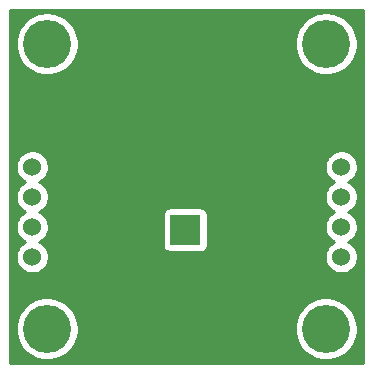
<source format=gtl>
G04 (created by PCBNEW-RS274X (2010-04-21 BZR 23xx)-stable) date Mon 25 Apr 2011 12:09:09 AM CEST*
G01*
G70*
G90*
%MOIN*%
G04 Gerber Fmt 3.4, Leading zero omitted, Abs format*
%FSLAX34Y34*%
G04 APERTURE LIST*
%ADD10C,0.006000*%
%ADD11R,0.060000X0.060000*%
%ADD12C,0.060000*%
%ADD13C,0.160000*%
%ADD14R,0.100000X0.100000*%
%ADD15C,0.100000*%
%ADD16C,0.012000*%
%ADD17C,0.010000*%
G04 APERTURE END LIST*
G54D10*
G54D11*
X12000Y-15100D03*
G54D12*
X12000Y-16100D03*
X12000Y-17100D03*
X12000Y-18100D03*
X12000Y-19100D03*
X12000Y-20100D03*
G54D11*
X22300Y-15100D03*
G54D12*
X22300Y-16100D03*
X22300Y-17100D03*
X22300Y-18100D03*
X22300Y-19100D03*
X22300Y-20100D03*
G54D13*
X21800Y-22500D03*
X12500Y-13000D03*
X12500Y-22500D03*
X21800Y-13000D03*
G54D14*
X17100Y-19200D03*
G54D15*
X17100Y-16200D03*
G54D16*
X22300Y-16100D02*
X17200Y-16100D01*
X17200Y-16100D02*
X17100Y-16200D01*
X12000Y-16100D02*
X17000Y-16100D01*
X17000Y-16100D02*
X17100Y-16200D01*
X22300Y-16100D02*
X22300Y-15100D01*
X12000Y-15100D02*
X12000Y-16100D01*
G54D17*
X11275Y-11875D02*
X23025Y-11875D01*
X11275Y-11955D02*
X12373Y-11955D01*
X12630Y-11955D02*
X21673Y-11955D01*
X21930Y-11955D02*
X23025Y-11955D01*
X11275Y-12035D02*
X12086Y-12035D01*
X12915Y-12035D02*
X21386Y-12035D01*
X22215Y-12035D02*
X23025Y-12035D01*
X11275Y-12115D02*
X11935Y-12115D01*
X13066Y-12115D02*
X21235Y-12115D01*
X22366Y-12115D02*
X23025Y-12115D01*
X11275Y-12195D02*
X11822Y-12195D01*
X13180Y-12195D02*
X21122Y-12195D01*
X22480Y-12195D02*
X23025Y-12195D01*
X11275Y-12275D02*
X11740Y-12275D01*
X13260Y-12275D02*
X21040Y-12275D01*
X22560Y-12275D02*
X23025Y-12275D01*
X11275Y-12355D02*
X11670Y-12355D01*
X13333Y-12355D02*
X20970Y-12355D01*
X22633Y-12355D02*
X23025Y-12355D01*
X11275Y-12435D02*
X11615Y-12435D01*
X13386Y-12435D02*
X20915Y-12435D01*
X22686Y-12435D02*
X23025Y-12435D01*
X11275Y-12515D02*
X11566Y-12515D01*
X13437Y-12515D02*
X20866Y-12515D01*
X22737Y-12515D02*
X23025Y-12515D01*
X11275Y-12595D02*
X11531Y-12595D01*
X13469Y-12595D02*
X20831Y-12595D01*
X22769Y-12595D02*
X23025Y-12595D01*
X11275Y-12675D02*
X11497Y-12675D01*
X13502Y-12675D02*
X20797Y-12675D01*
X22802Y-12675D02*
X23025Y-12675D01*
X11275Y-12755D02*
X11479Y-12755D01*
X13522Y-12755D02*
X20779Y-12755D01*
X22822Y-12755D02*
X23025Y-12755D01*
X11275Y-12835D02*
X11462Y-12835D01*
X13538Y-12835D02*
X20762Y-12835D01*
X22838Y-12835D02*
X23025Y-12835D01*
X11275Y-12915D02*
X11452Y-12915D01*
X13549Y-12915D02*
X20752Y-12915D01*
X22849Y-12915D02*
X23025Y-12915D01*
X11275Y-12995D02*
X11451Y-12995D01*
X13548Y-12995D02*
X20751Y-12995D01*
X22848Y-12995D02*
X23025Y-12995D01*
X11275Y-13075D02*
X11450Y-13075D01*
X13547Y-13075D02*
X20750Y-13075D01*
X22847Y-13075D02*
X23025Y-13075D01*
X11275Y-13155D02*
X11461Y-13155D01*
X13541Y-13155D02*
X20761Y-13155D01*
X22841Y-13155D02*
X23025Y-13155D01*
X11275Y-13235D02*
X11475Y-13235D01*
X13523Y-13235D02*
X20775Y-13235D01*
X22823Y-13235D02*
X23025Y-13235D01*
X11275Y-13315D02*
X11495Y-13315D01*
X13505Y-13315D02*
X20795Y-13315D01*
X22805Y-13315D02*
X23025Y-13315D01*
X11275Y-13395D02*
X11527Y-13395D01*
X13473Y-13395D02*
X20827Y-13395D01*
X22773Y-13395D02*
X23025Y-13395D01*
X11275Y-13475D02*
X11559Y-13475D01*
X13437Y-13475D02*
X20859Y-13475D01*
X22737Y-13475D02*
X23025Y-13475D01*
X11275Y-13555D02*
X11608Y-13555D01*
X13393Y-13555D02*
X20908Y-13555D01*
X22693Y-13555D02*
X23025Y-13555D01*
X11275Y-13635D02*
X11660Y-13635D01*
X13336Y-13635D02*
X20960Y-13635D01*
X22636Y-13635D02*
X23025Y-13635D01*
X11275Y-13715D02*
X11730Y-13715D01*
X13271Y-13715D02*
X21030Y-13715D01*
X22571Y-13715D02*
X23025Y-13715D01*
X11275Y-13795D02*
X11808Y-13795D01*
X13187Y-13795D02*
X21108Y-13795D01*
X22487Y-13795D02*
X23025Y-13795D01*
X11275Y-13875D02*
X11919Y-13875D01*
X13081Y-13875D02*
X21219Y-13875D01*
X22381Y-13875D02*
X23025Y-13875D01*
X11275Y-13955D02*
X12063Y-13955D01*
X12942Y-13955D02*
X21363Y-13955D01*
X22242Y-13955D02*
X23025Y-13955D01*
X11275Y-14035D02*
X12316Y-14035D01*
X12676Y-14035D02*
X21616Y-14035D01*
X21976Y-14035D02*
X23025Y-14035D01*
X11275Y-14115D02*
X23025Y-14115D01*
X11275Y-14195D02*
X23025Y-14195D01*
X11275Y-14275D02*
X23025Y-14275D01*
X11275Y-14355D02*
X23025Y-14355D01*
X11275Y-14435D02*
X23025Y-14435D01*
X11275Y-14515D02*
X23025Y-14515D01*
X11275Y-14595D02*
X23025Y-14595D01*
X11275Y-14675D02*
X23025Y-14675D01*
X11275Y-14755D02*
X23025Y-14755D01*
X11275Y-14835D02*
X23025Y-14835D01*
X11275Y-14915D02*
X23025Y-14915D01*
X11275Y-14995D02*
X23025Y-14995D01*
X11275Y-15075D02*
X23025Y-15075D01*
X11275Y-15155D02*
X23025Y-15155D01*
X11275Y-15235D02*
X23025Y-15235D01*
X11275Y-15315D02*
X23025Y-15315D01*
X11275Y-15395D02*
X23025Y-15395D01*
X11275Y-15475D02*
X23025Y-15475D01*
X11275Y-15555D02*
X23025Y-15555D01*
X11275Y-15635D02*
X23025Y-15635D01*
X11275Y-15715D02*
X23025Y-15715D01*
X11275Y-15795D02*
X23025Y-15795D01*
X11275Y-15875D02*
X23025Y-15875D01*
X11275Y-15955D02*
X23025Y-15955D01*
X11275Y-16035D02*
X23025Y-16035D01*
X11275Y-16115D02*
X23025Y-16115D01*
X11275Y-16195D02*
X23025Y-16195D01*
X11275Y-16275D02*
X23025Y-16275D01*
X11275Y-16355D02*
X23025Y-16355D01*
X11275Y-16435D02*
X23025Y-16435D01*
X11275Y-16515D02*
X23025Y-16515D01*
X11275Y-16595D02*
X11784Y-16595D01*
X12215Y-16595D02*
X22084Y-16595D01*
X22515Y-16595D02*
X23025Y-16595D01*
X11275Y-16675D02*
X11649Y-16675D01*
X12352Y-16675D02*
X21949Y-16675D01*
X22652Y-16675D02*
X23025Y-16675D01*
X11275Y-16755D02*
X11571Y-16755D01*
X12430Y-16755D02*
X21871Y-16755D01*
X22730Y-16755D02*
X23025Y-16755D01*
X11275Y-16835D02*
X11517Y-16835D01*
X12483Y-16835D02*
X21817Y-16835D01*
X22783Y-16835D02*
X23025Y-16835D01*
X11275Y-16915D02*
X11482Y-16915D01*
X12518Y-16915D02*
X21782Y-16915D01*
X22818Y-16915D02*
X23025Y-16915D01*
X11275Y-16995D02*
X11462Y-16995D01*
X12539Y-16995D02*
X21762Y-16995D01*
X22839Y-16995D02*
X23025Y-16995D01*
X11275Y-17075D02*
X11452Y-17075D01*
X12548Y-17075D02*
X21752Y-17075D01*
X22848Y-17075D02*
X23025Y-17075D01*
X11275Y-17155D02*
X11451Y-17155D01*
X12547Y-17155D02*
X21751Y-17155D01*
X22847Y-17155D02*
X23025Y-17155D01*
X11275Y-17235D02*
X11466Y-17235D01*
X12532Y-17235D02*
X21766Y-17235D01*
X22832Y-17235D02*
X23025Y-17235D01*
X11275Y-17315D02*
X11494Y-17315D01*
X12505Y-17315D02*
X21794Y-17315D01*
X22805Y-17315D02*
X23025Y-17315D01*
X11275Y-17395D02*
X11536Y-17395D01*
X12463Y-17395D02*
X21836Y-17395D01*
X22763Y-17395D02*
X23025Y-17395D01*
X11275Y-17475D02*
X11599Y-17475D01*
X12402Y-17475D02*
X21899Y-17475D01*
X22702Y-17475D02*
X23025Y-17475D01*
X11275Y-17555D02*
X11692Y-17555D01*
X12308Y-17555D02*
X21992Y-17555D01*
X22608Y-17555D02*
X23025Y-17555D01*
X11275Y-17635D02*
X11708Y-17635D01*
X12292Y-17635D02*
X22008Y-17635D01*
X22592Y-17635D02*
X23025Y-17635D01*
X11275Y-17715D02*
X11609Y-17715D01*
X12392Y-17715D02*
X21909Y-17715D01*
X22692Y-17715D02*
X23025Y-17715D01*
X11275Y-17795D02*
X11544Y-17795D01*
X12457Y-17795D02*
X21844Y-17795D01*
X22757Y-17795D02*
X23025Y-17795D01*
X11275Y-17875D02*
X11500Y-17875D01*
X12502Y-17875D02*
X21800Y-17875D01*
X22802Y-17875D02*
X23025Y-17875D01*
X11275Y-17955D02*
X11470Y-17955D01*
X12531Y-17955D02*
X21770Y-17955D01*
X22831Y-17955D02*
X23025Y-17955D01*
X11275Y-18035D02*
X11453Y-18035D01*
X12547Y-18035D02*
X21753Y-18035D01*
X22847Y-18035D02*
X23025Y-18035D01*
X11275Y-18115D02*
X11451Y-18115D01*
X12547Y-18115D02*
X21751Y-18115D01*
X22847Y-18115D02*
X23025Y-18115D01*
X11275Y-18195D02*
X11459Y-18195D01*
X12541Y-18195D02*
X21759Y-18195D01*
X22841Y-18195D02*
X23025Y-18195D01*
X11275Y-18275D02*
X11478Y-18275D01*
X12523Y-18275D02*
X21778Y-18275D01*
X22823Y-18275D02*
X23025Y-18275D01*
X11275Y-18355D02*
X11510Y-18355D01*
X12487Y-18355D02*
X21810Y-18355D01*
X22787Y-18355D02*
X23025Y-18355D01*
X11275Y-18435D02*
X11562Y-18435D01*
X12435Y-18435D02*
X21862Y-18435D01*
X22735Y-18435D02*
X23025Y-18435D01*
X11275Y-18515D02*
X11638Y-18515D01*
X12360Y-18515D02*
X16432Y-18515D01*
X17768Y-18515D02*
X21938Y-18515D01*
X22660Y-18515D02*
X23025Y-18515D01*
X11275Y-18595D02*
X11761Y-18595D01*
X12240Y-18595D02*
X16373Y-18595D01*
X17828Y-18595D02*
X22061Y-18595D01*
X22540Y-18595D02*
X23025Y-18595D01*
X11275Y-18675D02*
X11649Y-18675D01*
X12352Y-18675D02*
X16350Y-18675D01*
X17850Y-18675D02*
X21949Y-18675D01*
X22652Y-18675D02*
X23025Y-18675D01*
X11275Y-18755D02*
X11571Y-18755D01*
X12430Y-18755D02*
X16350Y-18755D01*
X17850Y-18755D02*
X21871Y-18755D01*
X22730Y-18755D02*
X23025Y-18755D01*
X11275Y-18835D02*
X11517Y-18835D01*
X12483Y-18835D02*
X16350Y-18835D01*
X17850Y-18835D02*
X21817Y-18835D01*
X22783Y-18835D02*
X23025Y-18835D01*
X11275Y-18915D02*
X11482Y-18915D01*
X12518Y-18915D02*
X16350Y-18915D01*
X17850Y-18915D02*
X21782Y-18915D01*
X22818Y-18915D02*
X23025Y-18915D01*
X11275Y-18995D02*
X11462Y-18995D01*
X12539Y-18995D02*
X16350Y-18995D01*
X17850Y-18995D02*
X21762Y-18995D01*
X22839Y-18995D02*
X23025Y-18995D01*
X11275Y-19075D02*
X11452Y-19075D01*
X12548Y-19075D02*
X16350Y-19075D01*
X17850Y-19075D02*
X21752Y-19075D01*
X22848Y-19075D02*
X23025Y-19075D01*
X11275Y-19155D02*
X11451Y-19155D01*
X12547Y-19155D02*
X16350Y-19155D01*
X17850Y-19155D02*
X21751Y-19155D01*
X22847Y-19155D02*
X23025Y-19155D01*
X11275Y-19235D02*
X11466Y-19235D01*
X12532Y-19235D02*
X16350Y-19235D01*
X17850Y-19235D02*
X21766Y-19235D01*
X22832Y-19235D02*
X23025Y-19235D01*
X11275Y-19315D02*
X11494Y-19315D01*
X12505Y-19315D02*
X16350Y-19315D01*
X17850Y-19315D02*
X21794Y-19315D01*
X22805Y-19315D02*
X23025Y-19315D01*
X11275Y-19395D02*
X11536Y-19395D01*
X12463Y-19395D02*
X16350Y-19395D01*
X17850Y-19395D02*
X21836Y-19395D01*
X22763Y-19395D02*
X23025Y-19395D01*
X11275Y-19475D02*
X11599Y-19475D01*
X12402Y-19475D02*
X16350Y-19475D01*
X17850Y-19475D02*
X21899Y-19475D01*
X22702Y-19475D02*
X23025Y-19475D01*
X11275Y-19555D02*
X11692Y-19555D01*
X12308Y-19555D02*
X16350Y-19555D01*
X17850Y-19555D02*
X21992Y-19555D01*
X22608Y-19555D02*
X23025Y-19555D01*
X11275Y-19635D02*
X11708Y-19635D01*
X12292Y-19635D02*
X16350Y-19635D01*
X17850Y-19635D02*
X22008Y-19635D01*
X22592Y-19635D02*
X23025Y-19635D01*
X11275Y-19715D02*
X11609Y-19715D01*
X12392Y-19715D02*
X16350Y-19715D01*
X17850Y-19715D02*
X21909Y-19715D01*
X22692Y-19715D02*
X23025Y-19715D01*
X11275Y-19795D02*
X11544Y-19795D01*
X12457Y-19795D02*
X16368Y-19795D01*
X17831Y-19795D02*
X21844Y-19795D01*
X22757Y-19795D02*
X23025Y-19795D01*
X11275Y-19875D02*
X11500Y-19875D01*
X12502Y-19875D02*
X16422Y-19875D01*
X17778Y-19875D02*
X21800Y-19875D01*
X22802Y-19875D02*
X23025Y-19875D01*
X11275Y-19955D02*
X11470Y-19955D01*
X12531Y-19955D02*
X21770Y-19955D01*
X22831Y-19955D02*
X23025Y-19955D01*
X11275Y-20035D02*
X11453Y-20035D01*
X12547Y-20035D02*
X21753Y-20035D01*
X22847Y-20035D02*
X23025Y-20035D01*
X11275Y-20115D02*
X11451Y-20115D01*
X12547Y-20115D02*
X21751Y-20115D01*
X22847Y-20115D02*
X23025Y-20115D01*
X11275Y-20195D02*
X11459Y-20195D01*
X12541Y-20195D02*
X21759Y-20195D01*
X22841Y-20195D02*
X23025Y-20195D01*
X11275Y-20275D02*
X11478Y-20275D01*
X12523Y-20275D02*
X21778Y-20275D01*
X22823Y-20275D02*
X23025Y-20275D01*
X11275Y-20355D02*
X11510Y-20355D01*
X12487Y-20355D02*
X21810Y-20355D01*
X22787Y-20355D02*
X23025Y-20355D01*
X11275Y-20435D02*
X11562Y-20435D01*
X12435Y-20435D02*
X21862Y-20435D01*
X22735Y-20435D02*
X23025Y-20435D01*
X11275Y-20515D02*
X11638Y-20515D01*
X12360Y-20515D02*
X21938Y-20515D01*
X22660Y-20515D02*
X23025Y-20515D01*
X11275Y-20595D02*
X11760Y-20595D01*
X12241Y-20595D02*
X22060Y-20595D01*
X22541Y-20595D02*
X23025Y-20595D01*
X11275Y-20675D02*
X23025Y-20675D01*
X11275Y-20755D02*
X23025Y-20755D01*
X11275Y-20835D02*
X23025Y-20835D01*
X11275Y-20915D02*
X23025Y-20915D01*
X11275Y-20995D02*
X23025Y-20995D01*
X11275Y-21075D02*
X23025Y-21075D01*
X11275Y-21155D02*
X23025Y-21155D01*
X11275Y-21235D02*
X23025Y-21235D01*
X11275Y-21315D02*
X23025Y-21315D01*
X11275Y-21395D02*
X23025Y-21395D01*
X11275Y-21475D02*
X12270Y-21475D01*
X12729Y-21475D02*
X21570Y-21475D01*
X22029Y-21475D02*
X23025Y-21475D01*
X11275Y-21555D02*
X12035Y-21555D01*
X12962Y-21555D02*
X21336Y-21555D01*
X22262Y-21555D02*
X23025Y-21555D01*
X11275Y-21635D02*
X11905Y-21635D01*
X13096Y-21635D02*
X21205Y-21635D01*
X22396Y-21635D02*
X23025Y-21635D01*
X11275Y-21715D02*
X11802Y-21715D01*
X13200Y-21715D02*
X21102Y-21715D01*
X22500Y-21715D02*
X23025Y-21715D01*
X11275Y-21795D02*
X11720Y-21795D01*
X13280Y-21795D02*
X21020Y-21795D01*
X22580Y-21795D02*
X23025Y-21795D01*
X11275Y-21875D02*
X11656Y-21875D01*
X13346Y-21875D02*
X20956Y-21875D01*
X22646Y-21875D02*
X23025Y-21875D01*
X11275Y-21955D02*
X11601Y-21955D01*
X13399Y-21955D02*
X20901Y-21955D01*
X22699Y-21955D02*
X23025Y-21955D01*
X11275Y-22035D02*
X11557Y-22035D01*
X13445Y-22035D02*
X20857Y-22035D01*
X22745Y-22035D02*
X23025Y-22035D01*
X11275Y-22115D02*
X11523Y-22115D01*
X13478Y-22115D02*
X20823Y-22115D01*
X22778Y-22115D02*
X23025Y-22115D01*
X11275Y-22195D02*
X11492Y-22195D01*
X13510Y-22195D02*
X20792Y-22195D01*
X22810Y-22195D02*
X23025Y-22195D01*
X11275Y-22275D02*
X11475Y-22275D01*
X13526Y-22275D02*
X20775Y-22275D01*
X22826Y-22275D02*
X23025Y-22275D01*
X11275Y-22355D02*
X11458Y-22355D01*
X13542Y-22355D02*
X20758Y-22355D01*
X22842Y-22355D02*
X23025Y-22355D01*
X11275Y-22435D02*
X11452Y-22435D01*
X13549Y-22435D02*
X20752Y-22435D01*
X22849Y-22435D02*
X23025Y-22435D01*
X11275Y-22515D02*
X11451Y-22515D01*
X13548Y-22515D02*
X20751Y-22515D01*
X22848Y-22515D02*
X23025Y-22515D01*
X11275Y-22595D02*
X11450Y-22595D01*
X13547Y-22595D02*
X20750Y-22595D01*
X22847Y-22595D02*
X23025Y-22595D01*
X11275Y-22675D02*
X11464Y-22675D01*
X13537Y-22675D02*
X20764Y-22675D01*
X22837Y-22675D02*
X23025Y-22675D01*
X11275Y-22755D02*
X11479Y-22755D01*
X13518Y-22755D02*
X20779Y-22755D01*
X22818Y-22755D02*
X23025Y-22755D01*
X11275Y-22835D02*
X11503Y-22835D01*
X13500Y-22835D02*
X20803Y-22835D01*
X22800Y-22835D02*
X23025Y-22835D01*
X11275Y-22915D02*
X11535Y-22915D01*
X13464Y-22915D02*
X20835Y-22915D01*
X22764Y-22915D02*
X23025Y-22915D01*
X11275Y-22995D02*
X11570Y-22995D01*
X13428Y-22995D02*
X20870Y-22995D01*
X22728Y-22995D02*
X23025Y-22995D01*
X11275Y-23075D02*
X11621Y-23075D01*
X13379Y-23075D02*
X20921Y-23075D01*
X22679Y-23075D02*
X23025Y-23075D01*
X11275Y-23155D02*
X11673Y-23155D01*
X13322Y-23155D02*
X20973Y-23155D01*
X22622Y-23155D02*
X23025Y-23155D01*
X11275Y-23235D02*
X11750Y-23235D01*
X13250Y-23235D02*
X21050Y-23235D01*
X22550Y-23235D02*
X23025Y-23235D01*
X11275Y-23315D02*
X11833Y-23315D01*
X13166Y-23315D02*
X21133Y-23315D01*
X22466Y-23315D02*
X23025Y-23315D01*
X11275Y-23395D02*
X11947Y-23395D01*
X13049Y-23395D02*
X21247Y-23395D01*
X22349Y-23395D02*
X23025Y-23395D01*
X11275Y-23475D02*
X12109Y-23475D01*
X12890Y-23475D02*
X21409Y-23475D01*
X22190Y-23475D02*
X23025Y-23475D01*
X11275Y-23555D02*
X23025Y-23555D01*
X23025Y-23625D02*
X23025Y-11875D01*
X11275Y-11875D01*
X11275Y-23625D01*
X12581Y-23625D01*
X12581Y-23552D01*
X12375Y-23548D01*
X12174Y-23503D01*
X11985Y-23421D01*
X11816Y-23303D01*
X11673Y-23155D01*
X11562Y-22982D01*
X11486Y-22791D01*
X11449Y-22588D01*
X11452Y-22382D01*
X11494Y-22181D01*
X11575Y-21992D01*
X11692Y-21822D01*
X11839Y-21678D01*
X12011Y-21565D01*
X12042Y-21552D01*
X12042Y-20650D01*
X11935Y-20648D01*
X11830Y-20625D01*
X11731Y-20582D01*
X11643Y-20520D01*
X11568Y-20443D01*
X11509Y-20352D01*
X11470Y-20252D01*
X11450Y-20146D01*
X11452Y-20039D01*
X11474Y-19933D01*
X11517Y-19834D01*
X11577Y-19746D01*
X11654Y-19670D01*
X11744Y-19611D01*
X11771Y-19599D01*
X11731Y-19582D01*
X11643Y-19520D01*
X11568Y-19443D01*
X11509Y-19352D01*
X11470Y-19252D01*
X11450Y-19146D01*
X11452Y-19039D01*
X11474Y-18933D01*
X11517Y-18834D01*
X11577Y-18746D01*
X11654Y-18670D01*
X11744Y-18611D01*
X11771Y-18599D01*
X11731Y-18582D01*
X11643Y-18520D01*
X11568Y-18443D01*
X11509Y-18352D01*
X11470Y-18252D01*
X11450Y-18146D01*
X11452Y-18039D01*
X11474Y-17933D01*
X11517Y-17834D01*
X11577Y-17746D01*
X11654Y-17670D01*
X11744Y-17611D01*
X11771Y-17599D01*
X11731Y-17582D01*
X11643Y-17520D01*
X11568Y-17443D01*
X11509Y-17352D01*
X11470Y-17252D01*
X11450Y-17146D01*
X11452Y-17039D01*
X11474Y-16933D01*
X11517Y-16834D01*
X11577Y-16746D01*
X11654Y-16670D01*
X11744Y-16611D01*
X11844Y-16571D01*
X11950Y-16551D01*
X12057Y-16551D01*
X12163Y-16573D01*
X12262Y-16615D01*
X12352Y-16675D01*
X12427Y-16751D01*
X12487Y-16841D01*
X12528Y-16940D01*
X12549Y-17046D01*
X12547Y-17169D01*
X12524Y-17274D01*
X12480Y-17372D01*
X12418Y-17460D01*
X12340Y-17535D01*
X12249Y-17592D01*
X12227Y-17600D01*
X12262Y-17615D01*
X12352Y-17675D01*
X12427Y-17751D01*
X12487Y-17841D01*
X12528Y-17940D01*
X12549Y-18046D01*
X12547Y-18169D01*
X12524Y-18274D01*
X12480Y-18372D01*
X12418Y-18460D01*
X12340Y-18535D01*
X12249Y-18592D01*
X12227Y-18600D01*
X12262Y-18615D01*
X12352Y-18675D01*
X12427Y-18751D01*
X12487Y-18841D01*
X12528Y-18940D01*
X12549Y-19046D01*
X12547Y-19169D01*
X12524Y-19274D01*
X12480Y-19372D01*
X12418Y-19460D01*
X12340Y-19535D01*
X12249Y-19592D01*
X12227Y-19600D01*
X12262Y-19615D01*
X12352Y-19675D01*
X12427Y-19751D01*
X12487Y-19841D01*
X12528Y-19940D01*
X12549Y-20046D01*
X12547Y-20169D01*
X12524Y-20274D01*
X12480Y-20372D01*
X12418Y-20460D01*
X12340Y-20535D01*
X12249Y-20592D01*
X12149Y-20631D01*
X12042Y-20650D01*
X12042Y-21552D01*
X12202Y-21488D01*
X12404Y-21449D01*
X12581Y-21450D01*
X12581Y-14052D01*
X12375Y-14048D01*
X12174Y-14003D01*
X11985Y-13921D01*
X11816Y-13803D01*
X11673Y-13655D01*
X11562Y-13482D01*
X11486Y-13291D01*
X11449Y-13088D01*
X11452Y-12882D01*
X11494Y-12681D01*
X11575Y-12492D01*
X11692Y-12322D01*
X11839Y-12178D01*
X12011Y-12065D01*
X12202Y-11988D01*
X12404Y-11949D01*
X12610Y-11951D01*
X12812Y-11992D01*
X13002Y-12072D01*
X13172Y-12187D01*
X13318Y-12333D01*
X13432Y-12505D01*
X13510Y-12695D01*
X13550Y-12897D01*
X13547Y-13132D01*
X13501Y-13333D01*
X13417Y-13521D01*
X13299Y-13689D01*
X13150Y-13831D01*
X12976Y-13942D01*
X12784Y-14016D01*
X12581Y-14052D01*
X12581Y-21450D01*
X12610Y-21451D01*
X12812Y-21492D01*
X13002Y-21572D01*
X13172Y-21687D01*
X13318Y-21833D01*
X13432Y-22005D01*
X13510Y-22195D01*
X13550Y-22397D01*
X13547Y-22632D01*
X13501Y-22833D01*
X13417Y-23021D01*
X13299Y-23189D01*
X13150Y-23331D01*
X12976Y-23442D01*
X12784Y-23516D01*
X12581Y-23552D01*
X12581Y-23625D01*
X16573Y-23625D01*
X16573Y-19950D01*
X16525Y-19940D01*
X16480Y-19921D01*
X16440Y-19893D01*
X16405Y-19858D01*
X16378Y-19817D01*
X16359Y-19772D01*
X16350Y-19724D01*
X16350Y-18673D01*
X16360Y-18625D01*
X16379Y-18580D01*
X16407Y-18540D01*
X16442Y-18505D01*
X16483Y-18478D01*
X16528Y-18459D01*
X16576Y-18450D01*
X17627Y-18450D01*
X17675Y-18460D01*
X17720Y-18479D01*
X17760Y-18507D01*
X17795Y-18542D01*
X17822Y-18583D01*
X17841Y-18628D01*
X17850Y-18676D01*
X17850Y-19727D01*
X17840Y-19775D01*
X17821Y-19820D01*
X17793Y-19860D01*
X17758Y-19895D01*
X17717Y-19922D01*
X17672Y-19941D01*
X17624Y-19950D01*
X16573Y-19950D01*
X16573Y-23625D01*
X21881Y-23625D01*
X21881Y-23552D01*
X21675Y-23548D01*
X21474Y-23503D01*
X21285Y-23421D01*
X21116Y-23303D01*
X20973Y-23155D01*
X20862Y-22982D01*
X20786Y-22791D01*
X20749Y-22588D01*
X20752Y-22382D01*
X20794Y-22181D01*
X20875Y-21992D01*
X20992Y-21822D01*
X21139Y-21678D01*
X21311Y-21565D01*
X21502Y-21488D01*
X21704Y-21449D01*
X21910Y-21451D01*
X22112Y-21492D01*
X22302Y-21572D01*
X22342Y-21599D01*
X22342Y-20650D01*
X22235Y-20648D01*
X22130Y-20625D01*
X22031Y-20582D01*
X21943Y-20520D01*
X21868Y-20443D01*
X21809Y-20352D01*
X21770Y-20252D01*
X21750Y-20146D01*
X21752Y-20039D01*
X21774Y-19933D01*
X21817Y-19834D01*
X21877Y-19746D01*
X21954Y-19670D01*
X22044Y-19611D01*
X22071Y-19599D01*
X22031Y-19582D01*
X21943Y-19520D01*
X21868Y-19443D01*
X21809Y-19352D01*
X21770Y-19252D01*
X21750Y-19146D01*
X21752Y-19039D01*
X21774Y-18933D01*
X21817Y-18834D01*
X21877Y-18746D01*
X21954Y-18670D01*
X22044Y-18611D01*
X22071Y-18599D01*
X22031Y-18582D01*
X21943Y-18520D01*
X21868Y-18443D01*
X21809Y-18352D01*
X21770Y-18252D01*
X21750Y-18146D01*
X21752Y-18039D01*
X21774Y-17933D01*
X21817Y-17834D01*
X21877Y-17746D01*
X21954Y-17670D01*
X22044Y-17611D01*
X22071Y-17599D01*
X22031Y-17582D01*
X21943Y-17520D01*
X21868Y-17443D01*
X21809Y-17352D01*
X21770Y-17252D01*
X21750Y-17146D01*
X21752Y-17039D01*
X21774Y-16933D01*
X21817Y-16834D01*
X21877Y-16746D01*
X21881Y-16742D01*
X21881Y-14052D01*
X21675Y-14048D01*
X21474Y-14003D01*
X21285Y-13921D01*
X21116Y-13803D01*
X20973Y-13655D01*
X20862Y-13482D01*
X20786Y-13291D01*
X20749Y-13088D01*
X20752Y-12882D01*
X20794Y-12681D01*
X20875Y-12492D01*
X20992Y-12322D01*
X21139Y-12178D01*
X21311Y-12065D01*
X21502Y-11988D01*
X21704Y-11949D01*
X21910Y-11951D01*
X22112Y-11992D01*
X22302Y-12072D01*
X22472Y-12187D01*
X22618Y-12333D01*
X22732Y-12505D01*
X22810Y-12695D01*
X22850Y-12897D01*
X22847Y-13132D01*
X22801Y-13333D01*
X22717Y-13521D01*
X22599Y-13689D01*
X22450Y-13831D01*
X22276Y-13942D01*
X22084Y-14016D01*
X21881Y-14052D01*
X21881Y-16742D01*
X21954Y-16670D01*
X22044Y-16611D01*
X22144Y-16571D01*
X22250Y-16551D01*
X22357Y-16551D01*
X22463Y-16573D01*
X22562Y-16615D01*
X22652Y-16675D01*
X22727Y-16751D01*
X22787Y-16841D01*
X22828Y-16940D01*
X22849Y-17046D01*
X22847Y-17169D01*
X22824Y-17274D01*
X22780Y-17372D01*
X22718Y-17460D01*
X22640Y-17535D01*
X22549Y-17592D01*
X22527Y-17600D01*
X22562Y-17615D01*
X22652Y-17675D01*
X22727Y-17751D01*
X22787Y-17841D01*
X22828Y-17940D01*
X22849Y-18046D01*
X22847Y-18169D01*
X22824Y-18274D01*
X22780Y-18372D01*
X22718Y-18460D01*
X22640Y-18535D01*
X22549Y-18592D01*
X22527Y-18600D01*
X22562Y-18615D01*
X22652Y-18675D01*
X22727Y-18751D01*
X22787Y-18841D01*
X22828Y-18940D01*
X22849Y-19046D01*
X22847Y-19169D01*
X22824Y-19274D01*
X22780Y-19372D01*
X22718Y-19460D01*
X22640Y-19535D01*
X22549Y-19592D01*
X22527Y-19600D01*
X22562Y-19615D01*
X22652Y-19675D01*
X22727Y-19751D01*
X22787Y-19841D01*
X22828Y-19940D01*
X22849Y-20046D01*
X22847Y-20169D01*
X22824Y-20274D01*
X22780Y-20372D01*
X22718Y-20460D01*
X22640Y-20535D01*
X22549Y-20592D01*
X22449Y-20631D01*
X22342Y-20650D01*
X22342Y-21599D01*
X22472Y-21687D01*
X22618Y-21833D01*
X22732Y-22005D01*
X22810Y-22195D01*
X22850Y-22397D01*
X22847Y-22632D01*
X22801Y-22833D01*
X22717Y-23021D01*
X22599Y-23189D01*
X22450Y-23331D01*
X22276Y-23442D01*
X22084Y-23516D01*
X21881Y-23552D01*
X21881Y-23625D01*
X23025Y-23625D01*
M02*

</source>
